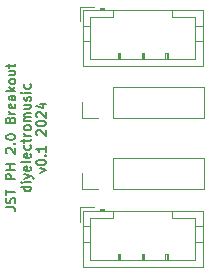
<source format=gbr>
%TF.GenerationSoftware,KiCad,Pcbnew,8.0.3*%
%TF.CreationDate,2024-06-30T10:21:18+01:00*%
%TF.ProjectId,JSTSH4pinBreakout,4a535453-4834-4706-996e-427265616b6f,rev?*%
%TF.SameCoordinates,Original*%
%TF.FileFunction,Legend,Top*%
%TF.FilePolarity,Positive*%
%FSLAX46Y46*%
G04 Gerber Fmt 4.6, Leading zero omitted, Abs format (unit mm)*
G04 Created by KiCad (PCBNEW 8.0.3) date 2024-06-30 10:21:18*
%MOMM*%
%LPD*%
G01*
G04 APERTURE LIST*
%ADD10C,0.160000*%
%ADD11C,0.120000*%
G04 APERTURE END LIST*
D10*
X100403865Y-67861715D02*
X100975293Y-67861715D01*
X100975293Y-67861715D02*
X101089579Y-67899810D01*
X101089579Y-67899810D02*
X101165770Y-67976001D01*
X101165770Y-67976001D02*
X101203865Y-68090286D01*
X101203865Y-68090286D02*
X101203865Y-68166477D01*
X101165770Y-67518858D02*
X101203865Y-67404572D01*
X101203865Y-67404572D02*
X101203865Y-67214096D01*
X101203865Y-67214096D02*
X101165770Y-67137905D01*
X101165770Y-67137905D02*
X101127674Y-67099810D01*
X101127674Y-67099810D02*
X101051484Y-67061715D01*
X101051484Y-67061715D02*
X100975293Y-67061715D01*
X100975293Y-67061715D02*
X100899103Y-67099810D01*
X100899103Y-67099810D02*
X100861008Y-67137905D01*
X100861008Y-67137905D02*
X100822912Y-67214096D01*
X100822912Y-67214096D02*
X100784817Y-67366477D01*
X100784817Y-67366477D02*
X100746722Y-67442667D01*
X100746722Y-67442667D02*
X100708627Y-67480762D01*
X100708627Y-67480762D02*
X100632436Y-67518858D01*
X100632436Y-67518858D02*
X100556246Y-67518858D01*
X100556246Y-67518858D02*
X100480055Y-67480762D01*
X100480055Y-67480762D02*
X100441960Y-67442667D01*
X100441960Y-67442667D02*
X100403865Y-67366477D01*
X100403865Y-67366477D02*
X100403865Y-67176000D01*
X100403865Y-67176000D02*
X100441960Y-67061715D01*
X100403865Y-66833143D02*
X100403865Y-66376000D01*
X101203865Y-66604572D02*
X100403865Y-66604572D01*
X101203865Y-65499809D02*
X100403865Y-65499809D01*
X100403865Y-65499809D02*
X100403865Y-65195047D01*
X100403865Y-65195047D02*
X100441960Y-65118857D01*
X100441960Y-65118857D02*
X100480055Y-65080762D01*
X100480055Y-65080762D02*
X100556246Y-65042666D01*
X100556246Y-65042666D02*
X100670531Y-65042666D01*
X100670531Y-65042666D02*
X100746722Y-65080762D01*
X100746722Y-65080762D02*
X100784817Y-65118857D01*
X100784817Y-65118857D02*
X100822912Y-65195047D01*
X100822912Y-65195047D02*
X100822912Y-65499809D01*
X101203865Y-64699809D02*
X100403865Y-64699809D01*
X100784817Y-64699809D02*
X100784817Y-64242666D01*
X101203865Y-64242666D02*
X100403865Y-64242666D01*
X100480055Y-63290286D02*
X100441960Y-63252190D01*
X100441960Y-63252190D02*
X100403865Y-63176000D01*
X100403865Y-63176000D02*
X100403865Y-62985524D01*
X100403865Y-62985524D02*
X100441960Y-62909333D01*
X100441960Y-62909333D02*
X100480055Y-62871238D01*
X100480055Y-62871238D02*
X100556246Y-62833143D01*
X100556246Y-62833143D02*
X100632436Y-62833143D01*
X100632436Y-62833143D02*
X100746722Y-62871238D01*
X100746722Y-62871238D02*
X101203865Y-63328381D01*
X101203865Y-63328381D02*
X101203865Y-62833143D01*
X101127674Y-62490285D02*
X101165770Y-62452190D01*
X101165770Y-62452190D02*
X101203865Y-62490285D01*
X101203865Y-62490285D02*
X101165770Y-62528381D01*
X101165770Y-62528381D02*
X101127674Y-62490285D01*
X101127674Y-62490285D02*
X101203865Y-62490285D01*
X100403865Y-61956952D02*
X100403865Y-61880762D01*
X100403865Y-61880762D02*
X100441960Y-61804571D01*
X100441960Y-61804571D02*
X100480055Y-61766476D01*
X100480055Y-61766476D02*
X100556246Y-61728381D01*
X100556246Y-61728381D02*
X100708627Y-61690286D01*
X100708627Y-61690286D02*
X100899103Y-61690286D01*
X100899103Y-61690286D02*
X101051484Y-61728381D01*
X101051484Y-61728381D02*
X101127674Y-61766476D01*
X101127674Y-61766476D02*
X101165770Y-61804571D01*
X101165770Y-61804571D02*
X101203865Y-61880762D01*
X101203865Y-61880762D02*
X101203865Y-61956952D01*
X101203865Y-61956952D02*
X101165770Y-62033143D01*
X101165770Y-62033143D02*
X101127674Y-62071238D01*
X101127674Y-62071238D02*
X101051484Y-62109333D01*
X101051484Y-62109333D02*
X100899103Y-62147429D01*
X100899103Y-62147429D02*
X100708627Y-62147429D01*
X100708627Y-62147429D02*
X100556246Y-62109333D01*
X100556246Y-62109333D02*
X100480055Y-62071238D01*
X100480055Y-62071238D02*
X100441960Y-62033143D01*
X100441960Y-62033143D02*
X100403865Y-61956952D01*
X100784817Y-60471238D02*
X100822912Y-60356952D01*
X100822912Y-60356952D02*
X100861008Y-60318857D01*
X100861008Y-60318857D02*
X100937198Y-60280761D01*
X100937198Y-60280761D02*
X101051484Y-60280761D01*
X101051484Y-60280761D02*
X101127674Y-60318857D01*
X101127674Y-60318857D02*
X101165770Y-60356952D01*
X101165770Y-60356952D02*
X101203865Y-60433142D01*
X101203865Y-60433142D02*
X101203865Y-60737904D01*
X101203865Y-60737904D02*
X100403865Y-60737904D01*
X100403865Y-60737904D02*
X100403865Y-60471238D01*
X100403865Y-60471238D02*
X100441960Y-60395047D01*
X100441960Y-60395047D02*
X100480055Y-60356952D01*
X100480055Y-60356952D02*
X100556246Y-60318857D01*
X100556246Y-60318857D02*
X100632436Y-60318857D01*
X100632436Y-60318857D02*
X100708627Y-60356952D01*
X100708627Y-60356952D02*
X100746722Y-60395047D01*
X100746722Y-60395047D02*
X100784817Y-60471238D01*
X100784817Y-60471238D02*
X100784817Y-60737904D01*
X101203865Y-59937904D02*
X100670531Y-59937904D01*
X100822912Y-59937904D02*
X100746722Y-59899809D01*
X100746722Y-59899809D02*
X100708627Y-59861714D01*
X100708627Y-59861714D02*
X100670531Y-59785523D01*
X100670531Y-59785523D02*
X100670531Y-59709333D01*
X101165770Y-59137904D02*
X101203865Y-59214095D01*
X101203865Y-59214095D02*
X101203865Y-59366476D01*
X101203865Y-59366476D02*
X101165770Y-59442666D01*
X101165770Y-59442666D02*
X101089579Y-59480762D01*
X101089579Y-59480762D02*
X100784817Y-59480762D01*
X100784817Y-59480762D02*
X100708627Y-59442666D01*
X100708627Y-59442666D02*
X100670531Y-59366476D01*
X100670531Y-59366476D02*
X100670531Y-59214095D01*
X100670531Y-59214095D02*
X100708627Y-59137904D01*
X100708627Y-59137904D02*
X100784817Y-59099809D01*
X100784817Y-59099809D02*
X100861008Y-59099809D01*
X100861008Y-59099809D02*
X100937198Y-59480762D01*
X101203865Y-58414095D02*
X100784817Y-58414095D01*
X100784817Y-58414095D02*
X100708627Y-58452190D01*
X100708627Y-58452190D02*
X100670531Y-58528381D01*
X100670531Y-58528381D02*
X100670531Y-58680762D01*
X100670531Y-58680762D02*
X100708627Y-58756952D01*
X101165770Y-58414095D02*
X101203865Y-58490286D01*
X101203865Y-58490286D02*
X101203865Y-58680762D01*
X101203865Y-58680762D02*
X101165770Y-58756952D01*
X101165770Y-58756952D02*
X101089579Y-58795048D01*
X101089579Y-58795048D02*
X101013389Y-58795048D01*
X101013389Y-58795048D02*
X100937198Y-58756952D01*
X100937198Y-58756952D02*
X100899103Y-58680762D01*
X100899103Y-58680762D02*
X100899103Y-58490286D01*
X100899103Y-58490286D02*
X100861008Y-58414095D01*
X101203865Y-58033142D02*
X100403865Y-58033142D01*
X100899103Y-57956952D02*
X101203865Y-57728380D01*
X100670531Y-57728380D02*
X100975293Y-58033142D01*
X101203865Y-57271238D02*
X101165770Y-57347428D01*
X101165770Y-57347428D02*
X101127674Y-57385523D01*
X101127674Y-57385523D02*
X101051484Y-57423619D01*
X101051484Y-57423619D02*
X100822912Y-57423619D01*
X100822912Y-57423619D02*
X100746722Y-57385523D01*
X100746722Y-57385523D02*
X100708627Y-57347428D01*
X100708627Y-57347428D02*
X100670531Y-57271238D01*
X100670531Y-57271238D02*
X100670531Y-57156952D01*
X100670531Y-57156952D02*
X100708627Y-57080761D01*
X100708627Y-57080761D02*
X100746722Y-57042666D01*
X100746722Y-57042666D02*
X100822912Y-57004571D01*
X100822912Y-57004571D02*
X101051484Y-57004571D01*
X101051484Y-57004571D02*
X101127674Y-57042666D01*
X101127674Y-57042666D02*
X101165770Y-57080761D01*
X101165770Y-57080761D02*
X101203865Y-57156952D01*
X101203865Y-57156952D02*
X101203865Y-57271238D01*
X100670531Y-56318856D02*
X101203865Y-56318856D01*
X100670531Y-56661713D02*
X101089579Y-56661713D01*
X101089579Y-56661713D02*
X101165770Y-56623618D01*
X101165770Y-56623618D02*
X101203865Y-56547428D01*
X101203865Y-56547428D02*
X101203865Y-56433142D01*
X101203865Y-56433142D02*
X101165770Y-56356951D01*
X101165770Y-56356951D02*
X101127674Y-56318856D01*
X100670531Y-56052189D02*
X100670531Y-55747427D01*
X100403865Y-55937903D02*
X101089579Y-55937903D01*
X101089579Y-55937903D02*
X101165770Y-55899808D01*
X101165770Y-55899808D02*
X101203865Y-55823618D01*
X101203865Y-55823618D02*
X101203865Y-55747427D01*
X102491820Y-66128380D02*
X101691820Y-66128380D01*
X102453725Y-66128380D02*
X102491820Y-66204571D01*
X102491820Y-66204571D02*
X102491820Y-66356952D01*
X102491820Y-66356952D02*
X102453725Y-66433142D01*
X102453725Y-66433142D02*
X102415629Y-66471237D01*
X102415629Y-66471237D02*
X102339439Y-66509333D01*
X102339439Y-66509333D02*
X102110867Y-66509333D01*
X102110867Y-66509333D02*
X102034677Y-66471237D01*
X102034677Y-66471237D02*
X101996582Y-66433142D01*
X101996582Y-66433142D02*
X101958486Y-66356952D01*
X101958486Y-66356952D02*
X101958486Y-66204571D01*
X101958486Y-66204571D02*
X101996582Y-66128380D01*
X102491820Y-65747427D02*
X101958486Y-65747427D01*
X101691820Y-65747427D02*
X101729915Y-65785523D01*
X101729915Y-65785523D02*
X101768010Y-65747427D01*
X101768010Y-65747427D02*
X101729915Y-65709332D01*
X101729915Y-65709332D02*
X101691820Y-65747427D01*
X101691820Y-65747427D02*
X101768010Y-65747427D01*
X101958486Y-65442666D02*
X102491820Y-65252190D01*
X101958486Y-65061713D02*
X102491820Y-65252190D01*
X102491820Y-65252190D02*
X102682296Y-65328380D01*
X102682296Y-65328380D02*
X102720391Y-65366475D01*
X102720391Y-65366475D02*
X102758486Y-65442666D01*
X102453725Y-64452189D02*
X102491820Y-64528380D01*
X102491820Y-64528380D02*
X102491820Y-64680761D01*
X102491820Y-64680761D02*
X102453725Y-64756951D01*
X102453725Y-64756951D02*
X102377534Y-64795047D01*
X102377534Y-64795047D02*
X102072772Y-64795047D01*
X102072772Y-64795047D02*
X101996582Y-64756951D01*
X101996582Y-64756951D02*
X101958486Y-64680761D01*
X101958486Y-64680761D02*
X101958486Y-64528380D01*
X101958486Y-64528380D02*
X101996582Y-64452189D01*
X101996582Y-64452189D02*
X102072772Y-64414094D01*
X102072772Y-64414094D02*
X102148963Y-64414094D01*
X102148963Y-64414094D02*
X102225153Y-64795047D01*
X102491820Y-63956952D02*
X102453725Y-64033142D01*
X102453725Y-64033142D02*
X102377534Y-64071237D01*
X102377534Y-64071237D02*
X101691820Y-64071237D01*
X102453725Y-63347427D02*
X102491820Y-63423618D01*
X102491820Y-63423618D02*
X102491820Y-63575999D01*
X102491820Y-63575999D02*
X102453725Y-63652189D01*
X102453725Y-63652189D02*
X102377534Y-63690285D01*
X102377534Y-63690285D02*
X102072772Y-63690285D01*
X102072772Y-63690285D02*
X101996582Y-63652189D01*
X101996582Y-63652189D02*
X101958486Y-63575999D01*
X101958486Y-63575999D02*
X101958486Y-63423618D01*
X101958486Y-63423618D02*
X101996582Y-63347427D01*
X101996582Y-63347427D02*
X102072772Y-63309332D01*
X102072772Y-63309332D02*
X102148963Y-63309332D01*
X102148963Y-63309332D02*
X102225153Y-63690285D01*
X102453725Y-62623618D02*
X102491820Y-62699809D01*
X102491820Y-62699809D02*
X102491820Y-62852190D01*
X102491820Y-62852190D02*
X102453725Y-62928380D01*
X102453725Y-62928380D02*
X102415629Y-62966475D01*
X102415629Y-62966475D02*
X102339439Y-63004571D01*
X102339439Y-63004571D02*
X102110867Y-63004571D01*
X102110867Y-63004571D02*
X102034677Y-62966475D01*
X102034677Y-62966475D02*
X101996582Y-62928380D01*
X101996582Y-62928380D02*
X101958486Y-62852190D01*
X101958486Y-62852190D02*
X101958486Y-62699809D01*
X101958486Y-62699809D02*
X101996582Y-62623618D01*
X101958486Y-62395047D02*
X101958486Y-62090285D01*
X101691820Y-62280761D02*
X102377534Y-62280761D01*
X102377534Y-62280761D02*
X102453725Y-62242666D01*
X102453725Y-62242666D02*
X102491820Y-62166476D01*
X102491820Y-62166476D02*
X102491820Y-62090285D01*
X102491820Y-61823618D02*
X101958486Y-61823618D01*
X102110867Y-61823618D02*
X102034677Y-61785523D01*
X102034677Y-61785523D02*
X101996582Y-61747428D01*
X101996582Y-61747428D02*
X101958486Y-61671237D01*
X101958486Y-61671237D02*
X101958486Y-61595047D01*
X102491820Y-61214095D02*
X102453725Y-61290285D01*
X102453725Y-61290285D02*
X102415629Y-61328380D01*
X102415629Y-61328380D02*
X102339439Y-61366476D01*
X102339439Y-61366476D02*
X102110867Y-61366476D01*
X102110867Y-61366476D02*
X102034677Y-61328380D01*
X102034677Y-61328380D02*
X101996582Y-61290285D01*
X101996582Y-61290285D02*
X101958486Y-61214095D01*
X101958486Y-61214095D02*
X101958486Y-61099809D01*
X101958486Y-61099809D02*
X101996582Y-61023618D01*
X101996582Y-61023618D02*
X102034677Y-60985523D01*
X102034677Y-60985523D02*
X102110867Y-60947428D01*
X102110867Y-60947428D02*
X102339439Y-60947428D01*
X102339439Y-60947428D02*
X102415629Y-60985523D01*
X102415629Y-60985523D02*
X102453725Y-61023618D01*
X102453725Y-61023618D02*
X102491820Y-61099809D01*
X102491820Y-61099809D02*
X102491820Y-61214095D01*
X102491820Y-60604570D02*
X101958486Y-60604570D01*
X102034677Y-60604570D02*
X101996582Y-60566475D01*
X101996582Y-60566475D02*
X101958486Y-60490285D01*
X101958486Y-60490285D02*
X101958486Y-60375999D01*
X101958486Y-60375999D02*
X101996582Y-60299808D01*
X101996582Y-60299808D02*
X102072772Y-60261713D01*
X102072772Y-60261713D02*
X102491820Y-60261713D01*
X102072772Y-60261713D02*
X101996582Y-60223618D01*
X101996582Y-60223618D02*
X101958486Y-60147427D01*
X101958486Y-60147427D02*
X101958486Y-60033142D01*
X101958486Y-60033142D02*
X101996582Y-59956951D01*
X101996582Y-59956951D02*
X102072772Y-59918856D01*
X102072772Y-59918856D02*
X102491820Y-59918856D01*
X101958486Y-59195046D02*
X102491820Y-59195046D01*
X101958486Y-59537903D02*
X102377534Y-59537903D01*
X102377534Y-59537903D02*
X102453725Y-59499808D01*
X102453725Y-59499808D02*
X102491820Y-59423618D01*
X102491820Y-59423618D02*
X102491820Y-59309332D01*
X102491820Y-59309332D02*
X102453725Y-59233141D01*
X102453725Y-59233141D02*
X102415629Y-59195046D01*
X102453725Y-58852189D02*
X102491820Y-58775998D01*
X102491820Y-58775998D02*
X102491820Y-58623617D01*
X102491820Y-58623617D02*
X102453725Y-58547427D01*
X102453725Y-58547427D02*
X102377534Y-58509331D01*
X102377534Y-58509331D02*
X102339439Y-58509331D01*
X102339439Y-58509331D02*
X102263248Y-58547427D01*
X102263248Y-58547427D02*
X102225153Y-58623617D01*
X102225153Y-58623617D02*
X102225153Y-58737903D01*
X102225153Y-58737903D02*
X102187058Y-58814093D01*
X102187058Y-58814093D02*
X102110867Y-58852189D01*
X102110867Y-58852189D02*
X102072772Y-58852189D01*
X102072772Y-58852189D02*
X101996582Y-58814093D01*
X101996582Y-58814093D02*
X101958486Y-58737903D01*
X101958486Y-58737903D02*
X101958486Y-58623617D01*
X101958486Y-58623617D02*
X101996582Y-58547427D01*
X102491820Y-58166474D02*
X101958486Y-58166474D01*
X101691820Y-58166474D02*
X101729915Y-58204570D01*
X101729915Y-58204570D02*
X101768010Y-58166474D01*
X101768010Y-58166474D02*
X101729915Y-58128379D01*
X101729915Y-58128379D02*
X101691820Y-58166474D01*
X101691820Y-58166474D02*
X101768010Y-58166474D01*
X102453725Y-57442665D02*
X102491820Y-57518856D01*
X102491820Y-57518856D02*
X102491820Y-57671237D01*
X102491820Y-57671237D02*
X102453725Y-57747427D01*
X102453725Y-57747427D02*
X102415629Y-57785522D01*
X102415629Y-57785522D02*
X102339439Y-57823618D01*
X102339439Y-57823618D02*
X102110867Y-57823618D01*
X102110867Y-57823618D02*
X102034677Y-57785522D01*
X102034677Y-57785522D02*
X101996582Y-57747427D01*
X101996582Y-57747427D02*
X101958486Y-57671237D01*
X101958486Y-57671237D02*
X101958486Y-57518856D01*
X101958486Y-57518856D02*
X101996582Y-57442665D01*
X103246441Y-64947429D02*
X103779775Y-64756953D01*
X103779775Y-64756953D02*
X103246441Y-64566476D01*
X102979775Y-64109333D02*
X102979775Y-64033143D01*
X102979775Y-64033143D02*
X103017870Y-63956952D01*
X103017870Y-63956952D02*
X103055965Y-63918857D01*
X103055965Y-63918857D02*
X103132156Y-63880762D01*
X103132156Y-63880762D02*
X103284537Y-63842667D01*
X103284537Y-63842667D02*
X103475013Y-63842667D01*
X103475013Y-63842667D02*
X103627394Y-63880762D01*
X103627394Y-63880762D02*
X103703584Y-63918857D01*
X103703584Y-63918857D02*
X103741680Y-63956952D01*
X103741680Y-63956952D02*
X103779775Y-64033143D01*
X103779775Y-64033143D02*
X103779775Y-64109333D01*
X103779775Y-64109333D02*
X103741680Y-64185524D01*
X103741680Y-64185524D02*
X103703584Y-64223619D01*
X103703584Y-64223619D02*
X103627394Y-64261714D01*
X103627394Y-64261714D02*
X103475013Y-64299810D01*
X103475013Y-64299810D02*
X103284537Y-64299810D01*
X103284537Y-64299810D02*
X103132156Y-64261714D01*
X103132156Y-64261714D02*
X103055965Y-64223619D01*
X103055965Y-64223619D02*
X103017870Y-64185524D01*
X103017870Y-64185524D02*
X102979775Y-64109333D01*
X103703584Y-63499809D02*
X103741680Y-63461714D01*
X103741680Y-63461714D02*
X103779775Y-63499809D01*
X103779775Y-63499809D02*
X103741680Y-63537905D01*
X103741680Y-63537905D02*
X103703584Y-63499809D01*
X103703584Y-63499809D02*
X103779775Y-63499809D01*
X103779775Y-62699810D02*
X103779775Y-63156953D01*
X103779775Y-62928381D02*
X102979775Y-62928381D01*
X102979775Y-62928381D02*
X103094060Y-63004572D01*
X103094060Y-63004572D02*
X103170251Y-63080762D01*
X103170251Y-63080762D02*
X103208346Y-63156953D01*
X103055965Y-61785524D02*
X103017870Y-61747428D01*
X103017870Y-61747428D02*
X102979775Y-61671238D01*
X102979775Y-61671238D02*
X102979775Y-61480762D01*
X102979775Y-61480762D02*
X103017870Y-61404571D01*
X103017870Y-61404571D02*
X103055965Y-61366476D01*
X103055965Y-61366476D02*
X103132156Y-61328381D01*
X103132156Y-61328381D02*
X103208346Y-61328381D01*
X103208346Y-61328381D02*
X103322632Y-61366476D01*
X103322632Y-61366476D02*
X103779775Y-61823619D01*
X103779775Y-61823619D02*
X103779775Y-61328381D01*
X102979775Y-60833142D02*
X102979775Y-60756952D01*
X102979775Y-60756952D02*
X103017870Y-60680761D01*
X103017870Y-60680761D02*
X103055965Y-60642666D01*
X103055965Y-60642666D02*
X103132156Y-60604571D01*
X103132156Y-60604571D02*
X103284537Y-60566476D01*
X103284537Y-60566476D02*
X103475013Y-60566476D01*
X103475013Y-60566476D02*
X103627394Y-60604571D01*
X103627394Y-60604571D02*
X103703584Y-60642666D01*
X103703584Y-60642666D02*
X103741680Y-60680761D01*
X103741680Y-60680761D02*
X103779775Y-60756952D01*
X103779775Y-60756952D02*
X103779775Y-60833142D01*
X103779775Y-60833142D02*
X103741680Y-60909333D01*
X103741680Y-60909333D02*
X103703584Y-60947428D01*
X103703584Y-60947428D02*
X103627394Y-60985523D01*
X103627394Y-60985523D02*
X103475013Y-61023619D01*
X103475013Y-61023619D02*
X103284537Y-61023619D01*
X103284537Y-61023619D02*
X103132156Y-60985523D01*
X103132156Y-60985523D02*
X103055965Y-60947428D01*
X103055965Y-60947428D02*
X103017870Y-60909333D01*
X103017870Y-60909333D02*
X102979775Y-60833142D01*
X103055965Y-60261714D02*
X103017870Y-60223618D01*
X103017870Y-60223618D02*
X102979775Y-60147428D01*
X102979775Y-60147428D02*
X102979775Y-59956952D01*
X102979775Y-59956952D02*
X103017870Y-59880761D01*
X103017870Y-59880761D02*
X103055965Y-59842666D01*
X103055965Y-59842666D02*
X103132156Y-59804571D01*
X103132156Y-59804571D02*
X103208346Y-59804571D01*
X103208346Y-59804571D02*
X103322632Y-59842666D01*
X103322632Y-59842666D02*
X103779775Y-60299809D01*
X103779775Y-60299809D02*
X103779775Y-59804571D01*
X103246441Y-59118856D02*
X103779775Y-59118856D01*
X102941680Y-59309332D02*
X103513108Y-59499809D01*
X103513108Y-59499809D02*
X103513108Y-59004570D01*
D11*
%TO.C,J4*%
X106640000Y-67890000D02*
X106640000Y-69140000D01*
X106940000Y-68190000D02*
X106940000Y-72910000D01*
X106940000Y-69500000D02*
X107550000Y-69500000D01*
X106940000Y-70800000D02*
X107550000Y-70800000D01*
X106940000Y-72910000D02*
X117060000Y-72910000D01*
X107550000Y-68800000D02*
X107550000Y-72300000D01*
X107550000Y-72300000D02*
X116450000Y-72300000D01*
X107890000Y-67890000D02*
X106640000Y-67890000D01*
X108400000Y-67990000D02*
X108400000Y-68190000D01*
X108700000Y-67990000D02*
X108400000Y-67990000D01*
X108700000Y-68090000D02*
X108400000Y-68090000D01*
X108700000Y-68190000D02*
X108700000Y-67990000D01*
X109500000Y-68190000D02*
X109500000Y-68800000D01*
X109500000Y-68800000D02*
X107550000Y-68800000D01*
X109900000Y-71800000D02*
X110100000Y-71800000D01*
X109900000Y-72300000D02*
X109900000Y-71800000D01*
X110000000Y-72300000D02*
X110000000Y-71800000D01*
X110100000Y-71800000D02*
X110100000Y-72300000D01*
X111900000Y-71800000D02*
X112100000Y-71800000D01*
X111900000Y-72300000D02*
X111900000Y-71800000D01*
X112000000Y-72300000D02*
X112000000Y-71800000D01*
X112100000Y-71800000D02*
X112100000Y-72300000D01*
X113900000Y-71800000D02*
X114100000Y-71800000D01*
X113900000Y-72300000D02*
X113900000Y-71800000D01*
X114000000Y-72300000D02*
X114000000Y-71800000D01*
X114100000Y-71800000D02*
X114100000Y-72300000D01*
X114500000Y-68800000D02*
X114500000Y-68190000D01*
X116450000Y-68800000D02*
X114500000Y-68800000D01*
X116450000Y-72300000D02*
X116450000Y-68800000D01*
X117060000Y-68190000D02*
X106940000Y-68190000D01*
X117060000Y-69500000D02*
X116450000Y-69500000D01*
X117060000Y-70800000D02*
X116450000Y-70800000D01*
X117060000Y-72910000D02*
X117060000Y-68190000D01*
%TO.C,J3*%
X106860000Y-66330000D02*
X106860000Y-65000000D01*
X108190000Y-66330000D02*
X106860000Y-66330000D01*
X109460000Y-66330000D02*
X117140000Y-66330000D01*
X109460000Y-66330000D02*
X109460000Y-63670000D01*
X117140000Y-66330000D02*
X117140000Y-63670000D01*
X109460000Y-63670000D02*
X117140000Y-63670000D01*
%TO.C,J2*%
X106860000Y-60330000D02*
X106860000Y-59000000D01*
X108190000Y-60330000D02*
X106860000Y-60330000D01*
X109460000Y-60330000D02*
X117140000Y-60330000D01*
X109460000Y-60330000D02*
X109460000Y-57670000D01*
X117140000Y-60330000D02*
X117140000Y-57670000D01*
X109460000Y-57670000D02*
X117140000Y-57670000D01*
%TO.C,J1*%
X117060000Y-55910000D02*
X117060000Y-51190000D01*
X117060000Y-53800000D02*
X116450000Y-53800000D01*
X117060000Y-52500000D02*
X116450000Y-52500000D01*
X117060000Y-51190000D02*
X106940000Y-51190000D01*
X116450000Y-55300000D02*
X116450000Y-51800000D01*
X116450000Y-51800000D02*
X114500000Y-51800000D01*
X114500000Y-51800000D02*
X114500000Y-51190000D01*
X114100000Y-54800000D02*
X114100000Y-55300000D01*
X114000000Y-55300000D02*
X114000000Y-54800000D01*
X113900000Y-55300000D02*
X113900000Y-54800000D01*
X113900000Y-54800000D02*
X114100000Y-54800000D01*
X112100000Y-54800000D02*
X112100000Y-55300000D01*
X112000000Y-55300000D02*
X112000000Y-54800000D01*
X111900000Y-55300000D02*
X111900000Y-54800000D01*
X111900000Y-54800000D02*
X112100000Y-54800000D01*
X110100000Y-54800000D02*
X110100000Y-55300000D01*
X110000000Y-55300000D02*
X110000000Y-54800000D01*
X109900000Y-55300000D02*
X109900000Y-54800000D01*
X109900000Y-54800000D02*
X110100000Y-54800000D01*
X109500000Y-51800000D02*
X107550000Y-51800000D01*
X109500000Y-51190000D02*
X109500000Y-51800000D01*
X108700000Y-51190000D02*
X108700000Y-50990000D01*
X108700000Y-51090000D02*
X108400000Y-51090000D01*
X108700000Y-50990000D02*
X108400000Y-50990000D01*
X108400000Y-50990000D02*
X108400000Y-51190000D01*
X107890000Y-50890000D02*
X106640000Y-50890000D01*
X107550000Y-55300000D02*
X116450000Y-55300000D01*
X107550000Y-51800000D02*
X107550000Y-55300000D01*
X106940000Y-55910000D02*
X117060000Y-55910000D01*
X106940000Y-53800000D02*
X107550000Y-53800000D01*
X106940000Y-52500000D02*
X107550000Y-52500000D01*
X106940000Y-51190000D02*
X106940000Y-55910000D01*
X106640000Y-50890000D02*
X106640000Y-52140000D01*
%TD*%
M02*

</source>
